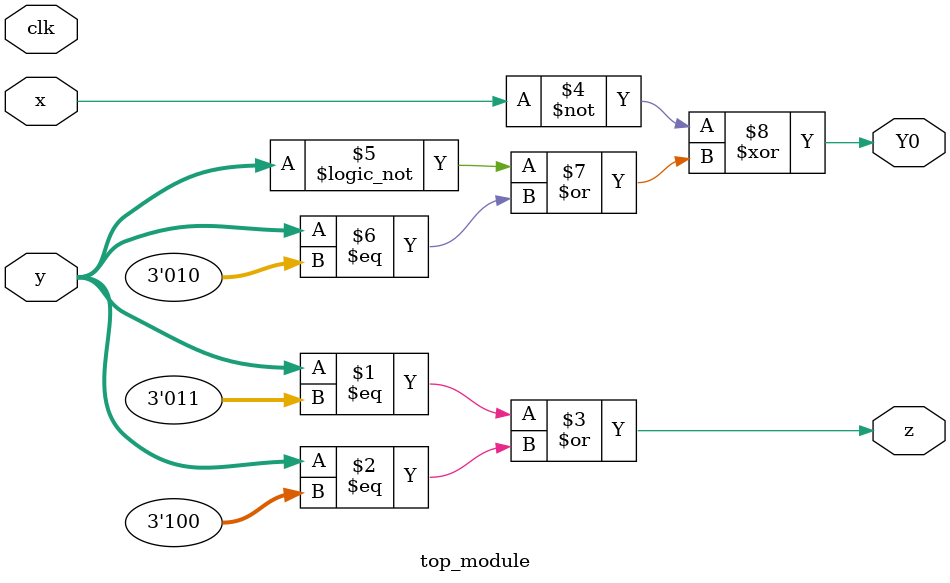
<source format=v>
module top_module (
    input clk,
    input [2:0] y,
    input x,
    output Y0,
    output z
);

    assign z = (y == 3'b011) | (y == 3'b100);
    assign Y0 =  (~x) ^  ((y == 3'b000) | (y == 3'b010));

endmodule

</source>
